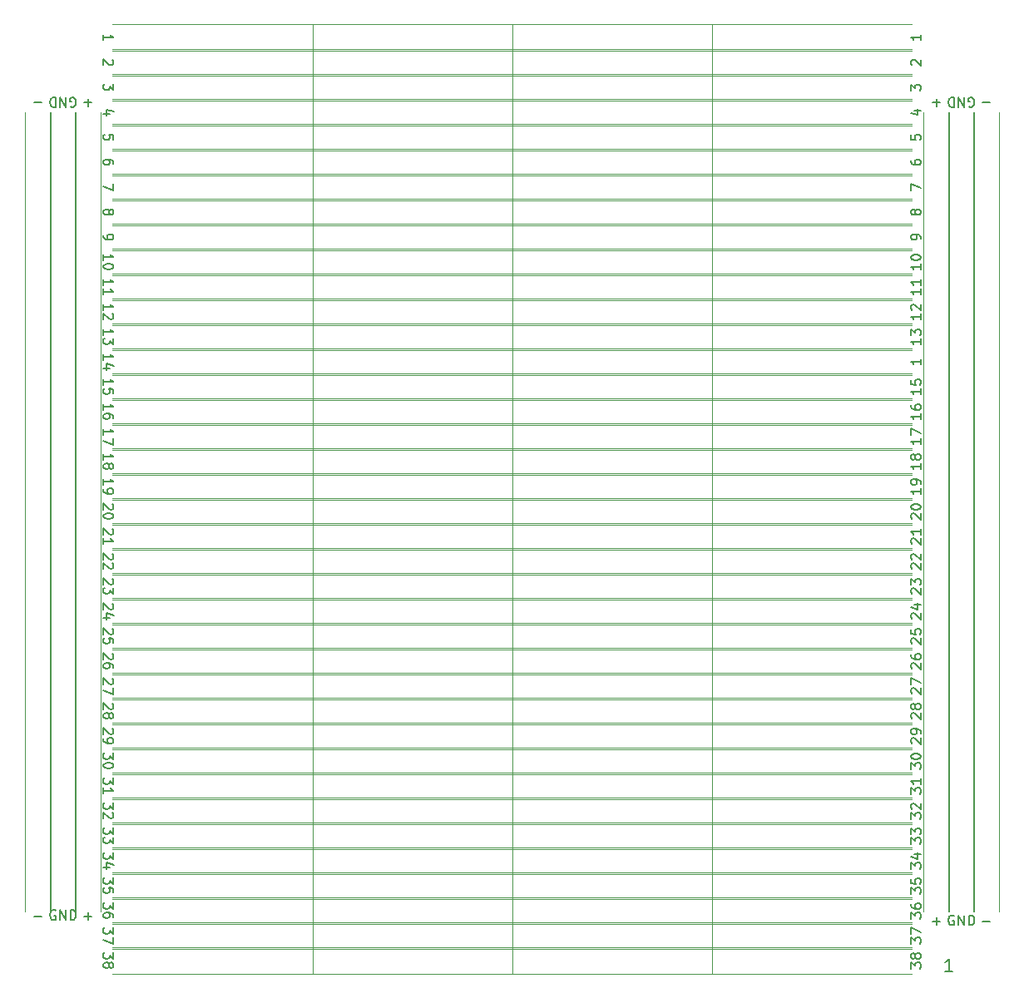
<source format=gbr>
%TF.GenerationSoftware,KiCad,Pcbnew,(5.1.9)-1*%
%TF.CreationDate,2021-01-10T17:22:18+01:00*%
%TF.ProjectId,Stripboard,53747269-7062-46f6-9172-642e6b696361,rev?*%
%TF.SameCoordinates,Original*%
%TF.FileFunction,Legend,Top*%
%TF.FilePolarity,Positive*%
%FSLAX46Y46*%
G04 Gerber Fmt 4.6, Leading zero omitted, Abs format (unit mm)*
G04 Created by KiCad (PCBNEW (5.1.9)-1) date 2021-01-10 17:22:18*
%MOMM*%
%LPD*%
G01*
G04 APERTURE LIST*
%ADD10C,0.120000*%
%ADD11C,0.150000*%
G04 APERTURE END LIST*
D10*
X106680000Y-148590000D02*
X106680000Y-52070000D01*
X147320000Y-52070000D02*
X147320000Y-148590000D01*
X127000000Y-52070000D02*
X127000000Y-148590000D01*
%TO.C,38*%
X86330000Y-148650000D02*
X167700000Y-148650000D01*
X86330000Y-145990000D02*
X167700000Y-145990000D01*
%TO.C,36*%
X86330000Y-143570000D02*
X167700000Y-143570000D01*
X86330000Y-140910000D02*
X167700000Y-140910000D01*
%TO.C,37*%
X86330000Y-146110000D02*
X167700000Y-146110000D01*
X86330000Y-143450000D02*
X167700000Y-143450000D01*
%TO.C,29*%
X86330000Y-125790000D02*
X167700000Y-125790000D01*
X86330000Y-123130000D02*
X167700000Y-123130000D01*
%TO.C,34*%
X86330000Y-138490000D02*
X167700000Y-138490000D01*
X86330000Y-135830000D02*
X167700000Y-135830000D01*
%TO.C,32*%
X86330000Y-133410000D02*
X167700000Y-133410000D01*
X86330000Y-130750000D02*
X167700000Y-130750000D01*
%TO.C,31*%
X86330000Y-130870000D02*
X167700000Y-130870000D01*
X86330000Y-128210000D02*
X167700000Y-128210000D01*
%TO.C,33*%
X86330000Y-135950000D02*
X167700000Y-135950000D01*
X86330000Y-133290000D02*
X167700000Y-133290000D01*
%TO.C,30*%
X86330000Y-128330000D02*
X167700000Y-128330000D01*
X86330000Y-125670000D02*
X167700000Y-125670000D01*
%TO.C,35*%
X86330000Y-141030000D02*
X167700000Y-141030000D01*
X86330000Y-138370000D02*
X167700000Y-138370000D01*
%TO.C,22*%
X86330000Y-108010000D02*
X167700000Y-108010000D01*
X86330000Y-105350000D02*
X167700000Y-105350000D01*
%TO.C,27*%
X86330000Y-120710000D02*
X167700000Y-120710000D01*
X86330000Y-118050000D02*
X167700000Y-118050000D01*
%TO.C,25*%
X86330000Y-115630000D02*
X167700000Y-115630000D01*
X86330000Y-112970000D02*
X167700000Y-112970000D01*
%TO.C,24*%
X86330000Y-113090000D02*
X167700000Y-113090000D01*
X86330000Y-110430000D02*
X167700000Y-110430000D01*
%TO.C,26*%
X86330000Y-118170000D02*
X167700000Y-118170000D01*
X86330000Y-115510000D02*
X167700000Y-115510000D01*
%TO.C,23*%
X86330000Y-110550000D02*
X167700000Y-110550000D01*
X86330000Y-107890000D02*
X167700000Y-107890000D01*
%TO.C,28*%
X86330000Y-123250000D02*
X167700000Y-123250000D01*
X86330000Y-120590000D02*
X167700000Y-120590000D01*
%TO.C,15*%
X86330000Y-90230000D02*
X167700000Y-90230000D01*
X86330000Y-87570000D02*
X167700000Y-87570000D01*
%TO.C,20*%
X86330000Y-102930000D02*
X167700000Y-102930000D01*
X86330000Y-100270000D02*
X167700000Y-100270000D01*
%TO.C,18*%
X86330000Y-97850000D02*
X167700000Y-97850000D01*
X86330000Y-95190000D02*
X167700000Y-95190000D01*
%TO.C,17*%
X86330000Y-95310000D02*
X167700000Y-95310000D01*
X86330000Y-92650000D02*
X167700000Y-92650000D01*
%TO.C,19*%
X86330000Y-100390000D02*
X167700000Y-100390000D01*
X86330000Y-97730000D02*
X167700000Y-97730000D01*
%TO.C,16*%
X86330000Y-92770000D02*
X167700000Y-92770000D01*
X86330000Y-90110000D02*
X167700000Y-90110000D01*
%TO.C,21*%
X86330000Y-105470000D02*
X167700000Y-105470000D01*
X86330000Y-102810000D02*
X167700000Y-102810000D01*
%TO.C,8*%
X86330000Y-72450000D02*
X167700000Y-72450000D01*
X86330000Y-69790000D02*
X167700000Y-69790000D01*
%TO.C,13*%
X86330000Y-85150000D02*
X167700000Y-85150000D01*
X86330000Y-82490000D02*
X167700000Y-82490000D01*
%TO.C,11*%
X86330000Y-80070000D02*
X167700000Y-80070000D01*
X86330000Y-77410000D02*
X167700000Y-77410000D01*
%TO.C,10*%
X86330000Y-77530000D02*
X167700000Y-77530000D01*
X86330000Y-74870000D02*
X167700000Y-74870000D01*
%TO.C,12*%
X86330000Y-82610000D02*
X167700000Y-82610000D01*
X86330000Y-79950000D02*
X167700000Y-79950000D01*
%TO.C,9*%
X86330000Y-74990000D02*
X167700000Y-74990000D01*
X86330000Y-72330000D02*
X167700000Y-72330000D01*
%TO.C,14*%
X86330000Y-87690000D02*
X167700000Y-87690000D01*
X86330000Y-85030000D02*
X167700000Y-85030000D01*
%TO.C,7*%
X86330000Y-69910000D02*
X167700000Y-69910000D01*
X86330000Y-67250000D02*
X167700000Y-67250000D01*
%TO.C,6*%
X86330000Y-67370000D02*
X167700000Y-67370000D01*
X86330000Y-64710000D02*
X167700000Y-64710000D01*
%TO.C,5*%
X86330000Y-64830000D02*
X167700000Y-64830000D01*
X86330000Y-62170000D02*
X167700000Y-62170000D01*
%TO.C,4*%
X86330000Y-62290000D02*
X167700000Y-62290000D01*
X86330000Y-59630000D02*
X167700000Y-59630000D01*
%TO.C,3*%
X86330000Y-59750000D02*
X167700000Y-59750000D01*
X86330000Y-57090000D02*
X167700000Y-57090000D01*
%TO.C,2*%
X86330000Y-57210000D02*
X167700000Y-57210000D01*
X86330000Y-54550000D02*
X167700000Y-54550000D01*
%TO.C,1*%
X86330000Y-54670000D02*
X167700000Y-54670000D01*
X86330000Y-52010000D02*
X167700000Y-52010000D01*
%TO.C,+*%
X82490000Y-60930000D02*
X82490000Y-142300000D01*
X85150000Y-60930000D02*
X85150000Y-142300000D01*
%TO.C,GND*%
X171390000Y-60930000D02*
X171390000Y-142300000D01*
X174050000Y-60930000D02*
X174050000Y-142300000D01*
%TO.C,-*%
X173930000Y-60930000D02*
X173930000Y-142300000D01*
X176590000Y-60930000D02*
X176590000Y-142300000D01*
X77410000Y-60930000D02*
X77410000Y-142300000D01*
X80070000Y-60930000D02*
X80070000Y-142300000D01*
%TO.C,GND*%
X79950000Y-60930000D02*
X79950000Y-142300000D01*
X82610000Y-60930000D02*
X82610000Y-142300000D01*
%TO.C,+*%
X168850000Y-60930000D02*
X168850000Y-142300000D01*
X171510000Y-60930000D02*
X171510000Y-142300000D01*
%TO.C,38*%
D11*
X86399619Y-146510476D02*
X86399619Y-147129523D01*
X86018666Y-146796190D01*
X86018666Y-146939047D01*
X85971047Y-147034285D01*
X85923428Y-147081904D01*
X85828190Y-147129523D01*
X85590095Y-147129523D01*
X85494857Y-147081904D01*
X85447238Y-147034285D01*
X85399619Y-146939047D01*
X85399619Y-146653333D01*
X85447238Y-146558095D01*
X85494857Y-146510476D01*
X85971047Y-147700952D02*
X86018666Y-147605714D01*
X86066285Y-147558095D01*
X86161523Y-147510476D01*
X86209142Y-147510476D01*
X86304380Y-147558095D01*
X86352000Y-147605714D01*
X86399619Y-147700952D01*
X86399619Y-147891428D01*
X86352000Y-147986666D01*
X86304380Y-148034285D01*
X86209142Y-148081904D01*
X86161523Y-148081904D01*
X86066285Y-148034285D01*
X86018666Y-147986666D01*
X85971047Y-147891428D01*
X85971047Y-147700952D01*
X85923428Y-147605714D01*
X85875809Y-147558095D01*
X85780571Y-147510476D01*
X85590095Y-147510476D01*
X85494857Y-147558095D01*
X85447238Y-147605714D01*
X85399619Y-147700952D01*
X85399619Y-147891428D01*
X85447238Y-147986666D01*
X85494857Y-148034285D01*
X85590095Y-148081904D01*
X85780571Y-148081904D01*
X85875809Y-148034285D01*
X85923428Y-147986666D01*
X85971047Y-147891428D01*
X167582380Y-148129523D02*
X167582380Y-147510476D01*
X167963333Y-147843809D01*
X167963333Y-147700952D01*
X168010952Y-147605714D01*
X168058571Y-147558095D01*
X168153809Y-147510476D01*
X168391904Y-147510476D01*
X168487142Y-147558095D01*
X168534761Y-147605714D01*
X168582380Y-147700952D01*
X168582380Y-147986666D01*
X168534761Y-148081904D01*
X168487142Y-148129523D01*
X168010952Y-146939047D02*
X167963333Y-147034285D01*
X167915714Y-147081904D01*
X167820476Y-147129523D01*
X167772857Y-147129523D01*
X167677619Y-147081904D01*
X167630000Y-147034285D01*
X167582380Y-146939047D01*
X167582380Y-146748571D01*
X167630000Y-146653333D01*
X167677619Y-146605714D01*
X167772857Y-146558095D01*
X167820476Y-146558095D01*
X167915714Y-146605714D01*
X167963333Y-146653333D01*
X168010952Y-146748571D01*
X168010952Y-146939047D01*
X168058571Y-147034285D01*
X168106190Y-147081904D01*
X168201428Y-147129523D01*
X168391904Y-147129523D01*
X168487142Y-147081904D01*
X168534761Y-147034285D01*
X168582380Y-146939047D01*
X168582380Y-146748571D01*
X168534761Y-146653333D01*
X168487142Y-146605714D01*
X168391904Y-146558095D01*
X168201428Y-146558095D01*
X168106190Y-146605714D01*
X168058571Y-146653333D01*
X168010952Y-146748571D01*
%TO.C,36*%
X86399619Y-141430476D02*
X86399619Y-142049523D01*
X86018666Y-141716190D01*
X86018666Y-141859047D01*
X85971047Y-141954285D01*
X85923428Y-142001904D01*
X85828190Y-142049523D01*
X85590095Y-142049523D01*
X85494857Y-142001904D01*
X85447238Y-141954285D01*
X85399619Y-141859047D01*
X85399619Y-141573333D01*
X85447238Y-141478095D01*
X85494857Y-141430476D01*
X86399619Y-142906666D02*
X86399619Y-142716190D01*
X86352000Y-142620952D01*
X86304380Y-142573333D01*
X86161523Y-142478095D01*
X85971047Y-142430476D01*
X85590095Y-142430476D01*
X85494857Y-142478095D01*
X85447238Y-142525714D01*
X85399619Y-142620952D01*
X85399619Y-142811428D01*
X85447238Y-142906666D01*
X85494857Y-142954285D01*
X85590095Y-143001904D01*
X85828190Y-143001904D01*
X85923428Y-142954285D01*
X85971047Y-142906666D01*
X86018666Y-142811428D01*
X86018666Y-142620952D01*
X85971047Y-142525714D01*
X85923428Y-142478095D01*
X85828190Y-142430476D01*
X167582380Y-143049523D02*
X167582380Y-142430476D01*
X167963333Y-142763809D01*
X167963333Y-142620952D01*
X168010952Y-142525714D01*
X168058571Y-142478095D01*
X168153809Y-142430476D01*
X168391904Y-142430476D01*
X168487142Y-142478095D01*
X168534761Y-142525714D01*
X168582380Y-142620952D01*
X168582380Y-142906666D01*
X168534761Y-143001904D01*
X168487142Y-143049523D01*
X167582380Y-141573333D02*
X167582380Y-141763809D01*
X167630000Y-141859047D01*
X167677619Y-141906666D01*
X167820476Y-142001904D01*
X168010952Y-142049523D01*
X168391904Y-142049523D01*
X168487142Y-142001904D01*
X168534761Y-141954285D01*
X168582380Y-141859047D01*
X168582380Y-141668571D01*
X168534761Y-141573333D01*
X168487142Y-141525714D01*
X168391904Y-141478095D01*
X168153809Y-141478095D01*
X168058571Y-141525714D01*
X168010952Y-141573333D01*
X167963333Y-141668571D01*
X167963333Y-141859047D01*
X168010952Y-141954285D01*
X168058571Y-142001904D01*
X168153809Y-142049523D01*
%TO.C,37*%
X86399619Y-143970476D02*
X86399619Y-144589523D01*
X86018666Y-144256190D01*
X86018666Y-144399047D01*
X85971047Y-144494285D01*
X85923428Y-144541904D01*
X85828190Y-144589523D01*
X85590095Y-144589523D01*
X85494857Y-144541904D01*
X85447238Y-144494285D01*
X85399619Y-144399047D01*
X85399619Y-144113333D01*
X85447238Y-144018095D01*
X85494857Y-143970476D01*
X86399619Y-144922857D02*
X86399619Y-145589523D01*
X85399619Y-145160952D01*
X167582380Y-145589523D02*
X167582380Y-144970476D01*
X167963333Y-145303809D01*
X167963333Y-145160952D01*
X168010952Y-145065714D01*
X168058571Y-145018095D01*
X168153809Y-144970476D01*
X168391904Y-144970476D01*
X168487142Y-145018095D01*
X168534761Y-145065714D01*
X168582380Y-145160952D01*
X168582380Y-145446666D01*
X168534761Y-145541904D01*
X168487142Y-145589523D01*
X167582380Y-144637142D02*
X167582380Y-143970476D01*
X168582380Y-144399047D01*
%TO.C,29*%
X86304380Y-123698095D02*
X86352000Y-123745714D01*
X86399619Y-123840952D01*
X86399619Y-124079047D01*
X86352000Y-124174285D01*
X86304380Y-124221904D01*
X86209142Y-124269523D01*
X86113904Y-124269523D01*
X85971047Y-124221904D01*
X85399619Y-123650476D01*
X85399619Y-124269523D01*
X85399619Y-124745714D02*
X85399619Y-124936190D01*
X85447238Y-125031428D01*
X85494857Y-125079047D01*
X85637714Y-125174285D01*
X85828190Y-125221904D01*
X86209142Y-125221904D01*
X86304380Y-125174285D01*
X86352000Y-125126666D01*
X86399619Y-125031428D01*
X86399619Y-124840952D01*
X86352000Y-124745714D01*
X86304380Y-124698095D01*
X86209142Y-124650476D01*
X85971047Y-124650476D01*
X85875809Y-124698095D01*
X85828190Y-124745714D01*
X85780571Y-124840952D01*
X85780571Y-125031428D01*
X85828190Y-125126666D01*
X85875809Y-125174285D01*
X85971047Y-125221904D01*
X167677619Y-125221904D02*
X167630000Y-125174285D01*
X167582380Y-125079047D01*
X167582380Y-124840952D01*
X167630000Y-124745714D01*
X167677619Y-124698095D01*
X167772857Y-124650476D01*
X167868095Y-124650476D01*
X168010952Y-124698095D01*
X168582380Y-125269523D01*
X168582380Y-124650476D01*
X168582380Y-124174285D02*
X168582380Y-123983809D01*
X168534761Y-123888571D01*
X168487142Y-123840952D01*
X168344285Y-123745714D01*
X168153809Y-123698095D01*
X167772857Y-123698095D01*
X167677619Y-123745714D01*
X167630000Y-123793333D01*
X167582380Y-123888571D01*
X167582380Y-124079047D01*
X167630000Y-124174285D01*
X167677619Y-124221904D01*
X167772857Y-124269523D01*
X168010952Y-124269523D01*
X168106190Y-124221904D01*
X168153809Y-124174285D01*
X168201428Y-124079047D01*
X168201428Y-123888571D01*
X168153809Y-123793333D01*
X168106190Y-123745714D01*
X168010952Y-123698095D01*
%TO.C,34*%
X86399619Y-136350476D02*
X86399619Y-136969523D01*
X86018666Y-136636190D01*
X86018666Y-136779047D01*
X85971047Y-136874285D01*
X85923428Y-136921904D01*
X85828190Y-136969523D01*
X85590095Y-136969523D01*
X85494857Y-136921904D01*
X85447238Y-136874285D01*
X85399619Y-136779047D01*
X85399619Y-136493333D01*
X85447238Y-136398095D01*
X85494857Y-136350476D01*
X86066285Y-137826666D02*
X85399619Y-137826666D01*
X86447238Y-137588571D02*
X85732952Y-137350476D01*
X85732952Y-137969523D01*
X167582380Y-137969523D02*
X167582380Y-137350476D01*
X167963333Y-137683809D01*
X167963333Y-137540952D01*
X168010952Y-137445714D01*
X168058571Y-137398095D01*
X168153809Y-137350476D01*
X168391904Y-137350476D01*
X168487142Y-137398095D01*
X168534761Y-137445714D01*
X168582380Y-137540952D01*
X168582380Y-137826666D01*
X168534761Y-137921904D01*
X168487142Y-137969523D01*
X167915714Y-136493333D02*
X168582380Y-136493333D01*
X167534761Y-136731428D02*
X168249047Y-136969523D01*
X168249047Y-136350476D01*
%TO.C,32*%
X86399619Y-131270476D02*
X86399619Y-131889523D01*
X86018666Y-131556190D01*
X86018666Y-131699047D01*
X85971047Y-131794285D01*
X85923428Y-131841904D01*
X85828190Y-131889523D01*
X85590095Y-131889523D01*
X85494857Y-131841904D01*
X85447238Y-131794285D01*
X85399619Y-131699047D01*
X85399619Y-131413333D01*
X85447238Y-131318095D01*
X85494857Y-131270476D01*
X86304380Y-132270476D02*
X86352000Y-132318095D01*
X86399619Y-132413333D01*
X86399619Y-132651428D01*
X86352000Y-132746666D01*
X86304380Y-132794285D01*
X86209142Y-132841904D01*
X86113904Y-132841904D01*
X85971047Y-132794285D01*
X85399619Y-132222857D01*
X85399619Y-132841904D01*
X167582380Y-132889523D02*
X167582380Y-132270476D01*
X167963333Y-132603809D01*
X167963333Y-132460952D01*
X168010952Y-132365714D01*
X168058571Y-132318095D01*
X168153809Y-132270476D01*
X168391904Y-132270476D01*
X168487142Y-132318095D01*
X168534761Y-132365714D01*
X168582380Y-132460952D01*
X168582380Y-132746666D01*
X168534761Y-132841904D01*
X168487142Y-132889523D01*
X167677619Y-131889523D02*
X167630000Y-131841904D01*
X167582380Y-131746666D01*
X167582380Y-131508571D01*
X167630000Y-131413333D01*
X167677619Y-131365714D01*
X167772857Y-131318095D01*
X167868095Y-131318095D01*
X168010952Y-131365714D01*
X168582380Y-131937142D01*
X168582380Y-131318095D01*
%TO.C,31*%
X86399619Y-128730476D02*
X86399619Y-129349523D01*
X86018666Y-129016190D01*
X86018666Y-129159047D01*
X85971047Y-129254285D01*
X85923428Y-129301904D01*
X85828190Y-129349523D01*
X85590095Y-129349523D01*
X85494857Y-129301904D01*
X85447238Y-129254285D01*
X85399619Y-129159047D01*
X85399619Y-128873333D01*
X85447238Y-128778095D01*
X85494857Y-128730476D01*
X85399619Y-130301904D02*
X85399619Y-129730476D01*
X85399619Y-130016190D02*
X86399619Y-130016190D01*
X86256761Y-129920952D01*
X86161523Y-129825714D01*
X86113904Y-129730476D01*
X167582380Y-130349523D02*
X167582380Y-129730476D01*
X167963333Y-130063809D01*
X167963333Y-129920952D01*
X168010952Y-129825714D01*
X168058571Y-129778095D01*
X168153809Y-129730476D01*
X168391904Y-129730476D01*
X168487142Y-129778095D01*
X168534761Y-129825714D01*
X168582380Y-129920952D01*
X168582380Y-130206666D01*
X168534761Y-130301904D01*
X168487142Y-130349523D01*
X168582380Y-128778095D02*
X168582380Y-129349523D01*
X168582380Y-129063809D02*
X167582380Y-129063809D01*
X167725238Y-129159047D01*
X167820476Y-129254285D01*
X167868095Y-129349523D01*
%TO.C,33*%
X86399619Y-133810476D02*
X86399619Y-134429523D01*
X86018666Y-134096190D01*
X86018666Y-134239047D01*
X85971047Y-134334285D01*
X85923428Y-134381904D01*
X85828190Y-134429523D01*
X85590095Y-134429523D01*
X85494857Y-134381904D01*
X85447238Y-134334285D01*
X85399619Y-134239047D01*
X85399619Y-133953333D01*
X85447238Y-133858095D01*
X85494857Y-133810476D01*
X86399619Y-134762857D02*
X86399619Y-135381904D01*
X86018666Y-135048571D01*
X86018666Y-135191428D01*
X85971047Y-135286666D01*
X85923428Y-135334285D01*
X85828190Y-135381904D01*
X85590095Y-135381904D01*
X85494857Y-135334285D01*
X85447238Y-135286666D01*
X85399619Y-135191428D01*
X85399619Y-134905714D01*
X85447238Y-134810476D01*
X85494857Y-134762857D01*
X167582380Y-135429523D02*
X167582380Y-134810476D01*
X167963333Y-135143809D01*
X167963333Y-135000952D01*
X168010952Y-134905714D01*
X168058571Y-134858095D01*
X168153809Y-134810476D01*
X168391904Y-134810476D01*
X168487142Y-134858095D01*
X168534761Y-134905714D01*
X168582380Y-135000952D01*
X168582380Y-135286666D01*
X168534761Y-135381904D01*
X168487142Y-135429523D01*
X167582380Y-134477142D02*
X167582380Y-133858095D01*
X167963333Y-134191428D01*
X167963333Y-134048571D01*
X168010952Y-133953333D01*
X168058571Y-133905714D01*
X168153809Y-133858095D01*
X168391904Y-133858095D01*
X168487142Y-133905714D01*
X168534761Y-133953333D01*
X168582380Y-134048571D01*
X168582380Y-134334285D01*
X168534761Y-134429523D01*
X168487142Y-134477142D01*
%TO.C,30*%
X86399619Y-126190476D02*
X86399619Y-126809523D01*
X86018666Y-126476190D01*
X86018666Y-126619047D01*
X85971047Y-126714285D01*
X85923428Y-126761904D01*
X85828190Y-126809523D01*
X85590095Y-126809523D01*
X85494857Y-126761904D01*
X85447238Y-126714285D01*
X85399619Y-126619047D01*
X85399619Y-126333333D01*
X85447238Y-126238095D01*
X85494857Y-126190476D01*
X86399619Y-127428571D02*
X86399619Y-127523809D01*
X86352000Y-127619047D01*
X86304380Y-127666666D01*
X86209142Y-127714285D01*
X86018666Y-127761904D01*
X85780571Y-127761904D01*
X85590095Y-127714285D01*
X85494857Y-127666666D01*
X85447238Y-127619047D01*
X85399619Y-127523809D01*
X85399619Y-127428571D01*
X85447238Y-127333333D01*
X85494857Y-127285714D01*
X85590095Y-127238095D01*
X85780571Y-127190476D01*
X86018666Y-127190476D01*
X86209142Y-127238095D01*
X86304380Y-127285714D01*
X86352000Y-127333333D01*
X86399619Y-127428571D01*
X167582380Y-127809523D02*
X167582380Y-127190476D01*
X167963333Y-127523809D01*
X167963333Y-127380952D01*
X168010952Y-127285714D01*
X168058571Y-127238095D01*
X168153809Y-127190476D01*
X168391904Y-127190476D01*
X168487142Y-127238095D01*
X168534761Y-127285714D01*
X168582380Y-127380952D01*
X168582380Y-127666666D01*
X168534761Y-127761904D01*
X168487142Y-127809523D01*
X167582380Y-126571428D02*
X167582380Y-126476190D01*
X167630000Y-126380952D01*
X167677619Y-126333333D01*
X167772857Y-126285714D01*
X167963333Y-126238095D01*
X168201428Y-126238095D01*
X168391904Y-126285714D01*
X168487142Y-126333333D01*
X168534761Y-126380952D01*
X168582380Y-126476190D01*
X168582380Y-126571428D01*
X168534761Y-126666666D01*
X168487142Y-126714285D01*
X168391904Y-126761904D01*
X168201428Y-126809523D01*
X167963333Y-126809523D01*
X167772857Y-126761904D01*
X167677619Y-126714285D01*
X167630000Y-126666666D01*
X167582380Y-126571428D01*
%TO.C,35*%
X86399619Y-138890476D02*
X86399619Y-139509523D01*
X86018666Y-139176190D01*
X86018666Y-139319047D01*
X85971047Y-139414285D01*
X85923428Y-139461904D01*
X85828190Y-139509523D01*
X85590095Y-139509523D01*
X85494857Y-139461904D01*
X85447238Y-139414285D01*
X85399619Y-139319047D01*
X85399619Y-139033333D01*
X85447238Y-138938095D01*
X85494857Y-138890476D01*
X86399619Y-140414285D02*
X86399619Y-139938095D01*
X85923428Y-139890476D01*
X85971047Y-139938095D01*
X86018666Y-140033333D01*
X86018666Y-140271428D01*
X85971047Y-140366666D01*
X85923428Y-140414285D01*
X85828190Y-140461904D01*
X85590095Y-140461904D01*
X85494857Y-140414285D01*
X85447238Y-140366666D01*
X85399619Y-140271428D01*
X85399619Y-140033333D01*
X85447238Y-139938095D01*
X85494857Y-139890476D01*
X167582380Y-140509523D02*
X167582380Y-139890476D01*
X167963333Y-140223809D01*
X167963333Y-140080952D01*
X168010952Y-139985714D01*
X168058571Y-139938095D01*
X168153809Y-139890476D01*
X168391904Y-139890476D01*
X168487142Y-139938095D01*
X168534761Y-139985714D01*
X168582380Y-140080952D01*
X168582380Y-140366666D01*
X168534761Y-140461904D01*
X168487142Y-140509523D01*
X167582380Y-138985714D02*
X167582380Y-139461904D01*
X168058571Y-139509523D01*
X168010952Y-139461904D01*
X167963333Y-139366666D01*
X167963333Y-139128571D01*
X168010952Y-139033333D01*
X168058571Y-138985714D01*
X168153809Y-138938095D01*
X168391904Y-138938095D01*
X168487142Y-138985714D01*
X168534761Y-139033333D01*
X168582380Y-139128571D01*
X168582380Y-139366666D01*
X168534761Y-139461904D01*
X168487142Y-139509523D01*
%TO.C,22*%
X86304380Y-105918095D02*
X86352000Y-105965714D01*
X86399619Y-106060952D01*
X86399619Y-106299047D01*
X86352000Y-106394285D01*
X86304380Y-106441904D01*
X86209142Y-106489523D01*
X86113904Y-106489523D01*
X85971047Y-106441904D01*
X85399619Y-105870476D01*
X85399619Y-106489523D01*
X86304380Y-106870476D02*
X86352000Y-106918095D01*
X86399619Y-107013333D01*
X86399619Y-107251428D01*
X86352000Y-107346666D01*
X86304380Y-107394285D01*
X86209142Y-107441904D01*
X86113904Y-107441904D01*
X85971047Y-107394285D01*
X85399619Y-106822857D01*
X85399619Y-107441904D01*
X167677619Y-107441904D02*
X167630000Y-107394285D01*
X167582380Y-107299047D01*
X167582380Y-107060952D01*
X167630000Y-106965714D01*
X167677619Y-106918095D01*
X167772857Y-106870476D01*
X167868095Y-106870476D01*
X168010952Y-106918095D01*
X168582380Y-107489523D01*
X168582380Y-106870476D01*
X167677619Y-106489523D02*
X167630000Y-106441904D01*
X167582380Y-106346666D01*
X167582380Y-106108571D01*
X167630000Y-106013333D01*
X167677619Y-105965714D01*
X167772857Y-105918095D01*
X167868095Y-105918095D01*
X168010952Y-105965714D01*
X168582380Y-106537142D01*
X168582380Y-105918095D01*
%TO.C,27*%
X86304380Y-118618095D02*
X86352000Y-118665714D01*
X86399619Y-118760952D01*
X86399619Y-118999047D01*
X86352000Y-119094285D01*
X86304380Y-119141904D01*
X86209142Y-119189523D01*
X86113904Y-119189523D01*
X85971047Y-119141904D01*
X85399619Y-118570476D01*
X85399619Y-119189523D01*
X86399619Y-119522857D02*
X86399619Y-120189523D01*
X85399619Y-119760952D01*
X167677619Y-120141904D02*
X167630000Y-120094285D01*
X167582380Y-119999047D01*
X167582380Y-119760952D01*
X167630000Y-119665714D01*
X167677619Y-119618095D01*
X167772857Y-119570476D01*
X167868095Y-119570476D01*
X168010952Y-119618095D01*
X168582380Y-120189523D01*
X168582380Y-119570476D01*
X167582380Y-119237142D02*
X167582380Y-118570476D01*
X168582380Y-118999047D01*
%TO.C,25*%
X86304380Y-113538095D02*
X86352000Y-113585714D01*
X86399619Y-113680952D01*
X86399619Y-113919047D01*
X86352000Y-114014285D01*
X86304380Y-114061904D01*
X86209142Y-114109523D01*
X86113904Y-114109523D01*
X85971047Y-114061904D01*
X85399619Y-113490476D01*
X85399619Y-114109523D01*
X86399619Y-115014285D02*
X86399619Y-114538095D01*
X85923428Y-114490476D01*
X85971047Y-114538095D01*
X86018666Y-114633333D01*
X86018666Y-114871428D01*
X85971047Y-114966666D01*
X85923428Y-115014285D01*
X85828190Y-115061904D01*
X85590095Y-115061904D01*
X85494857Y-115014285D01*
X85447238Y-114966666D01*
X85399619Y-114871428D01*
X85399619Y-114633333D01*
X85447238Y-114538095D01*
X85494857Y-114490476D01*
X167677619Y-115061904D02*
X167630000Y-115014285D01*
X167582380Y-114919047D01*
X167582380Y-114680952D01*
X167630000Y-114585714D01*
X167677619Y-114538095D01*
X167772857Y-114490476D01*
X167868095Y-114490476D01*
X168010952Y-114538095D01*
X168582380Y-115109523D01*
X168582380Y-114490476D01*
X167582380Y-113585714D02*
X167582380Y-114061904D01*
X168058571Y-114109523D01*
X168010952Y-114061904D01*
X167963333Y-113966666D01*
X167963333Y-113728571D01*
X168010952Y-113633333D01*
X168058571Y-113585714D01*
X168153809Y-113538095D01*
X168391904Y-113538095D01*
X168487142Y-113585714D01*
X168534761Y-113633333D01*
X168582380Y-113728571D01*
X168582380Y-113966666D01*
X168534761Y-114061904D01*
X168487142Y-114109523D01*
%TO.C,24*%
X86304380Y-110998095D02*
X86352000Y-111045714D01*
X86399619Y-111140952D01*
X86399619Y-111379047D01*
X86352000Y-111474285D01*
X86304380Y-111521904D01*
X86209142Y-111569523D01*
X86113904Y-111569523D01*
X85971047Y-111521904D01*
X85399619Y-110950476D01*
X85399619Y-111569523D01*
X86066285Y-112426666D02*
X85399619Y-112426666D01*
X86447238Y-112188571D02*
X85732952Y-111950476D01*
X85732952Y-112569523D01*
X167677619Y-112521904D02*
X167630000Y-112474285D01*
X167582380Y-112379047D01*
X167582380Y-112140952D01*
X167630000Y-112045714D01*
X167677619Y-111998095D01*
X167772857Y-111950476D01*
X167868095Y-111950476D01*
X168010952Y-111998095D01*
X168582380Y-112569523D01*
X168582380Y-111950476D01*
X167915714Y-111093333D02*
X168582380Y-111093333D01*
X167534761Y-111331428D02*
X168249047Y-111569523D01*
X168249047Y-110950476D01*
%TO.C,26*%
X86304380Y-116078095D02*
X86352000Y-116125714D01*
X86399619Y-116220952D01*
X86399619Y-116459047D01*
X86352000Y-116554285D01*
X86304380Y-116601904D01*
X86209142Y-116649523D01*
X86113904Y-116649523D01*
X85971047Y-116601904D01*
X85399619Y-116030476D01*
X85399619Y-116649523D01*
X86399619Y-117506666D02*
X86399619Y-117316190D01*
X86352000Y-117220952D01*
X86304380Y-117173333D01*
X86161523Y-117078095D01*
X85971047Y-117030476D01*
X85590095Y-117030476D01*
X85494857Y-117078095D01*
X85447238Y-117125714D01*
X85399619Y-117220952D01*
X85399619Y-117411428D01*
X85447238Y-117506666D01*
X85494857Y-117554285D01*
X85590095Y-117601904D01*
X85828190Y-117601904D01*
X85923428Y-117554285D01*
X85971047Y-117506666D01*
X86018666Y-117411428D01*
X86018666Y-117220952D01*
X85971047Y-117125714D01*
X85923428Y-117078095D01*
X85828190Y-117030476D01*
X167677619Y-117601904D02*
X167630000Y-117554285D01*
X167582380Y-117459047D01*
X167582380Y-117220952D01*
X167630000Y-117125714D01*
X167677619Y-117078095D01*
X167772857Y-117030476D01*
X167868095Y-117030476D01*
X168010952Y-117078095D01*
X168582380Y-117649523D01*
X168582380Y-117030476D01*
X167582380Y-116173333D02*
X167582380Y-116363809D01*
X167630000Y-116459047D01*
X167677619Y-116506666D01*
X167820476Y-116601904D01*
X168010952Y-116649523D01*
X168391904Y-116649523D01*
X168487142Y-116601904D01*
X168534761Y-116554285D01*
X168582380Y-116459047D01*
X168582380Y-116268571D01*
X168534761Y-116173333D01*
X168487142Y-116125714D01*
X168391904Y-116078095D01*
X168153809Y-116078095D01*
X168058571Y-116125714D01*
X168010952Y-116173333D01*
X167963333Y-116268571D01*
X167963333Y-116459047D01*
X168010952Y-116554285D01*
X168058571Y-116601904D01*
X168153809Y-116649523D01*
%TO.C,23*%
X86304380Y-108458095D02*
X86352000Y-108505714D01*
X86399619Y-108600952D01*
X86399619Y-108839047D01*
X86352000Y-108934285D01*
X86304380Y-108981904D01*
X86209142Y-109029523D01*
X86113904Y-109029523D01*
X85971047Y-108981904D01*
X85399619Y-108410476D01*
X85399619Y-109029523D01*
X86399619Y-109362857D02*
X86399619Y-109981904D01*
X86018666Y-109648571D01*
X86018666Y-109791428D01*
X85971047Y-109886666D01*
X85923428Y-109934285D01*
X85828190Y-109981904D01*
X85590095Y-109981904D01*
X85494857Y-109934285D01*
X85447238Y-109886666D01*
X85399619Y-109791428D01*
X85399619Y-109505714D01*
X85447238Y-109410476D01*
X85494857Y-109362857D01*
X167677619Y-109981904D02*
X167630000Y-109934285D01*
X167582380Y-109839047D01*
X167582380Y-109600952D01*
X167630000Y-109505714D01*
X167677619Y-109458095D01*
X167772857Y-109410476D01*
X167868095Y-109410476D01*
X168010952Y-109458095D01*
X168582380Y-110029523D01*
X168582380Y-109410476D01*
X167582380Y-109077142D02*
X167582380Y-108458095D01*
X167963333Y-108791428D01*
X167963333Y-108648571D01*
X168010952Y-108553333D01*
X168058571Y-108505714D01*
X168153809Y-108458095D01*
X168391904Y-108458095D01*
X168487142Y-108505714D01*
X168534761Y-108553333D01*
X168582380Y-108648571D01*
X168582380Y-108934285D01*
X168534761Y-109029523D01*
X168487142Y-109077142D01*
%TO.C,28*%
X86304380Y-121158095D02*
X86352000Y-121205714D01*
X86399619Y-121300952D01*
X86399619Y-121539047D01*
X86352000Y-121634285D01*
X86304380Y-121681904D01*
X86209142Y-121729523D01*
X86113904Y-121729523D01*
X85971047Y-121681904D01*
X85399619Y-121110476D01*
X85399619Y-121729523D01*
X85971047Y-122300952D02*
X86018666Y-122205714D01*
X86066285Y-122158095D01*
X86161523Y-122110476D01*
X86209142Y-122110476D01*
X86304380Y-122158095D01*
X86352000Y-122205714D01*
X86399619Y-122300952D01*
X86399619Y-122491428D01*
X86352000Y-122586666D01*
X86304380Y-122634285D01*
X86209142Y-122681904D01*
X86161523Y-122681904D01*
X86066285Y-122634285D01*
X86018666Y-122586666D01*
X85971047Y-122491428D01*
X85971047Y-122300952D01*
X85923428Y-122205714D01*
X85875809Y-122158095D01*
X85780571Y-122110476D01*
X85590095Y-122110476D01*
X85494857Y-122158095D01*
X85447238Y-122205714D01*
X85399619Y-122300952D01*
X85399619Y-122491428D01*
X85447238Y-122586666D01*
X85494857Y-122634285D01*
X85590095Y-122681904D01*
X85780571Y-122681904D01*
X85875809Y-122634285D01*
X85923428Y-122586666D01*
X85971047Y-122491428D01*
X167677619Y-122681904D02*
X167630000Y-122634285D01*
X167582380Y-122539047D01*
X167582380Y-122300952D01*
X167630000Y-122205714D01*
X167677619Y-122158095D01*
X167772857Y-122110476D01*
X167868095Y-122110476D01*
X168010952Y-122158095D01*
X168582380Y-122729523D01*
X168582380Y-122110476D01*
X168010952Y-121539047D02*
X167963333Y-121634285D01*
X167915714Y-121681904D01*
X167820476Y-121729523D01*
X167772857Y-121729523D01*
X167677619Y-121681904D01*
X167630000Y-121634285D01*
X167582380Y-121539047D01*
X167582380Y-121348571D01*
X167630000Y-121253333D01*
X167677619Y-121205714D01*
X167772857Y-121158095D01*
X167820476Y-121158095D01*
X167915714Y-121205714D01*
X167963333Y-121253333D01*
X168010952Y-121348571D01*
X168010952Y-121539047D01*
X168058571Y-121634285D01*
X168106190Y-121681904D01*
X168201428Y-121729523D01*
X168391904Y-121729523D01*
X168487142Y-121681904D01*
X168534761Y-121634285D01*
X168582380Y-121539047D01*
X168582380Y-121348571D01*
X168534761Y-121253333D01*
X168487142Y-121205714D01*
X168391904Y-121158095D01*
X168201428Y-121158095D01*
X168106190Y-121205714D01*
X168058571Y-121253333D01*
X168010952Y-121348571D01*
%TO.C,15*%
X85399619Y-88709523D02*
X85399619Y-88138095D01*
X85399619Y-88423809D02*
X86399619Y-88423809D01*
X86256761Y-88328571D01*
X86161523Y-88233333D01*
X86113904Y-88138095D01*
X86399619Y-89614285D02*
X86399619Y-89138095D01*
X85923428Y-89090476D01*
X85971047Y-89138095D01*
X86018666Y-89233333D01*
X86018666Y-89471428D01*
X85971047Y-89566666D01*
X85923428Y-89614285D01*
X85828190Y-89661904D01*
X85590095Y-89661904D01*
X85494857Y-89614285D01*
X85447238Y-89566666D01*
X85399619Y-89471428D01*
X85399619Y-89233333D01*
X85447238Y-89138095D01*
X85494857Y-89090476D01*
X168582380Y-89090476D02*
X168582380Y-89661904D01*
X168582380Y-89376190D02*
X167582380Y-89376190D01*
X167725238Y-89471428D01*
X167820476Y-89566666D01*
X167868095Y-89661904D01*
X167582380Y-88185714D02*
X167582380Y-88661904D01*
X168058571Y-88709523D01*
X168010952Y-88661904D01*
X167963333Y-88566666D01*
X167963333Y-88328571D01*
X168010952Y-88233333D01*
X168058571Y-88185714D01*
X168153809Y-88138095D01*
X168391904Y-88138095D01*
X168487142Y-88185714D01*
X168534761Y-88233333D01*
X168582380Y-88328571D01*
X168582380Y-88566666D01*
X168534761Y-88661904D01*
X168487142Y-88709523D01*
%TO.C,20*%
X86304380Y-100838095D02*
X86352000Y-100885714D01*
X86399619Y-100980952D01*
X86399619Y-101219047D01*
X86352000Y-101314285D01*
X86304380Y-101361904D01*
X86209142Y-101409523D01*
X86113904Y-101409523D01*
X85971047Y-101361904D01*
X85399619Y-100790476D01*
X85399619Y-101409523D01*
X86399619Y-102028571D02*
X86399619Y-102123809D01*
X86352000Y-102219047D01*
X86304380Y-102266666D01*
X86209142Y-102314285D01*
X86018666Y-102361904D01*
X85780571Y-102361904D01*
X85590095Y-102314285D01*
X85494857Y-102266666D01*
X85447238Y-102219047D01*
X85399619Y-102123809D01*
X85399619Y-102028571D01*
X85447238Y-101933333D01*
X85494857Y-101885714D01*
X85590095Y-101838095D01*
X85780571Y-101790476D01*
X86018666Y-101790476D01*
X86209142Y-101838095D01*
X86304380Y-101885714D01*
X86352000Y-101933333D01*
X86399619Y-102028571D01*
X167677619Y-102361904D02*
X167630000Y-102314285D01*
X167582380Y-102219047D01*
X167582380Y-101980952D01*
X167630000Y-101885714D01*
X167677619Y-101838095D01*
X167772857Y-101790476D01*
X167868095Y-101790476D01*
X168010952Y-101838095D01*
X168582380Y-102409523D01*
X168582380Y-101790476D01*
X167582380Y-101171428D02*
X167582380Y-101076190D01*
X167630000Y-100980952D01*
X167677619Y-100933333D01*
X167772857Y-100885714D01*
X167963333Y-100838095D01*
X168201428Y-100838095D01*
X168391904Y-100885714D01*
X168487142Y-100933333D01*
X168534761Y-100980952D01*
X168582380Y-101076190D01*
X168582380Y-101171428D01*
X168534761Y-101266666D01*
X168487142Y-101314285D01*
X168391904Y-101361904D01*
X168201428Y-101409523D01*
X167963333Y-101409523D01*
X167772857Y-101361904D01*
X167677619Y-101314285D01*
X167630000Y-101266666D01*
X167582380Y-101171428D01*
%TO.C,18*%
X85399619Y-96329523D02*
X85399619Y-95758095D01*
X85399619Y-96043809D02*
X86399619Y-96043809D01*
X86256761Y-95948571D01*
X86161523Y-95853333D01*
X86113904Y-95758095D01*
X85971047Y-96900952D02*
X86018666Y-96805714D01*
X86066285Y-96758095D01*
X86161523Y-96710476D01*
X86209142Y-96710476D01*
X86304380Y-96758095D01*
X86352000Y-96805714D01*
X86399619Y-96900952D01*
X86399619Y-97091428D01*
X86352000Y-97186666D01*
X86304380Y-97234285D01*
X86209142Y-97281904D01*
X86161523Y-97281904D01*
X86066285Y-97234285D01*
X86018666Y-97186666D01*
X85971047Y-97091428D01*
X85971047Y-96900952D01*
X85923428Y-96805714D01*
X85875809Y-96758095D01*
X85780571Y-96710476D01*
X85590095Y-96710476D01*
X85494857Y-96758095D01*
X85447238Y-96805714D01*
X85399619Y-96900952D01*
X85399619Y-97091428D01*
X85447238Y-97186666D01*
X85494857Y-97234285D01*
X85590095Y-97281904D01*
X85780571Y-97281904D01*
X85875809Y-97234285D01*
X85923428Y-97186666D01*
X85971047Y-97091428D01*
X168582380Y-96710476D02*
X168582380Y-97281904D01*
X168582380Y-96996190D02*
X167582380Y-96996190D01*
X167725238Y-97091428D01*
X167820476Y-97186666D01*
X167868095Y-97281904D01*
X168010952Y-96139047D02*
X167963333Y-96234285D01*
X167915714Y-96281904D01*
X167820476Y-96329523D01*
X167772857Y-96329523D01*
X167677619Y-96281904D01*
X167630000Y-96234285D01*
X167582380Y-96139047D01*
X167582380Y-95948571D01*
X167630000Y-95853333D01*
X167677619Y-95805714D01*
X167772857Y-95758095D01*
X167820476Y-95758095D01*
X167915714Y-95805714D01*
X167963333Y-95853333D01*
X168010952Y-95948571D01*
X168010952Y-96139047D01*
X168058571Y-96234285D01*
X168106190Y-96281904D01*
X168201428Y-96329523D01*
X168391904Y-96329523D01*
X168487142Y-96281904D01*
X168534761Y-96234285D01*
X168582380Y-96139047D01*
X168582380Y-95948571D01*
X168534761Y-95853333D01*
X168487142Y-95805714D01*
X168391904Y-95758095D01*
X168201428Y-95758095D01*
X168106190Y-95805714D01*
X168058571Y-95853333D01*
X168010952Y-95948571D01*
%TO.C,17*%
X85399619Y-93789523D02*
X85399619Y-93218095D01*
X85399619Y-93503809D02*
X86399619Y-93503809D01*
X86256761Y-93408571D01*
X86161523Y-93313333D01*
X86113904Y-93218095D01*
X86399619Y-94122857D02*
X86399619Y-94789523D01*
X85399619Y-94360952D01*
X168582380Y-94170476D02*
X168582380Y-94741904D01*
X168582380Y-94456190D02*
X167582380Y-94456190D01*
X167725238Y-94551428D01*
X167820476Y-94646666D01*
X167868095Y-94741904D01*
X167582380Y-93837142D02*
X167582380Y-93170476D01*
X168582380Y-93599047D01*
%TO.C,19*%
X85399619Y-98869523D02*
X85399619Y-98298095D01*
X85399619Y-98583809D02*
X86399619Y-98583809D01*
X86256761Y-98488571D01*
X86161523Y-98393333D01*
X86113904Y-98298095D01*
X85399619Y-99345714D02*
X85399619Y-99536190D01*
X85447238Y-99631428D01*
X85494857Y-99679047D01*
X85637714Y-99774285D01*
X85828190Y-99821904D01*
X86209142Y-99821904D01*
X86304380Y-99774285D01*
X86352000Y-99726666D01*
X86399619Y-99631428D01*
X86399619Y-99440952D01*
X86352000Y-99345714D01*
X86304380Y-99298095D01*
X86209142Y-99250476D01*
X85971047Y-99250476D01*
X85875809Y-99298095D01*
X85828190Y-99345714D01*
X85780571Y-99440952D01*
X85780571Y-99631428D01*
X85828190Y-99726666D01*
X85875809Y-99774285D01*
X85971047Y-99821904D01*
X168582380Y-99250476D02*
X168582380Y-99821904D01*
X168582380Y-99536190D02*
X167582380Y-99536190D01*
X167725238Y-99631428D01*
X167820476Y-99726666D01*
X167868095Y-99821904D01*
X168582380Y-98774285D02*
X168582380Y-98583809D01*
X168534761Y-98488571D01*
X168487142Y-98440952D01*
X168344285Y-98345714D01*
X168153809Y-98298095D01*
X167772857Y-98298095D01*
X167677619Y-98345714D01*
X167630000Y-98393333D01*
X167582380Y-98488571D01*
X167582380Y-98679047D01*
X167630000Y-98774285D01*
X167677619Y-98821904D01*
X167772857Y-98869523D01*
X168010952Y-98869523D01*
X168106190Y-98821904D01*
X168153809Y-98774285D01*
X168201428Y-98679047D01*
X168201428Y-98488571D01*
X168153809Y-98393333D01*
X168106190Y-98345714D01*
X168010952Y-98298095D01*
%TO.C,16*%
X85399619Y-91249523D02*
X85399619Y-90678095D01*
X85399619Y-90963809D02*
X86399619Y-90963809D01*
X86256761Y-90868571D01*
X86161523Y-90773333D01*
X86113904Y-90678095D01*
X86399619Y-92106666D02*
X86399619Y-91916190D01*
X86352000Y-91820952D01*
X86304380Y-91773333D01*
X86161523Y-91678095D01*
X85971047Y-91630476D01*
X85590095Y-91630476D01*
X85494857Y-91678095D01*
X85447238Y-91725714D01*
X85399619Y-91820952D01*
X85399619Y-92011428D01*
X85447238Y-92106666D01*
X85494857Y-92154285D01*
X85590095Y-92201904D01*
X85828190Y-92201904D01*
X85923428Y-92154285D01*
X85971047Y-92106666D01*
X86018666Y-92011428D01*
X86018666Y-91820952D01*
X85971047Y-91725714D01*
X85923428Y-91678095D01*
X85828190Y-91630476D01*
X168582380Y-91630476D02*
X168582380Y-92201904D01*
X168582380Y-91916190D02*
X167582380Y-91916190D01*
X167725238Y-92011428D01*
X167820476Y-92106666D01*
X167868095Y-92201904D01*
X167582380Y-90773333D02*
X167582380Y-90963809D01*
X167630000Y-91059047D01*
X167677619Y-91106666D01*
X167820476Y-91201904D01*
X168010952Y-91249523D01*
X168391904Y-91249523D01*
X168487142Y-91201904D01*
X168534761Y-91154285D01*
X168582380Y-91059047D01*
X168582380Y-90868571D01*
X168534761Y-90773333D01*
X168487142Y-90725714D01*
X168391904Y-90678095D01*
X168153809Y-90678095D01*
X168058571Y-90725714D01*
X168010952Y-90773333D01*
X167963333Y-90868571D01*
X167963333Y-91059047D01*
X168010952Y-91154285D01*
X168058571Y-91201904D01*
X168153809Y-91249523D01*
%TO.C,21*%
X86304380Y-103378095D02*
X86352000Y-103425714D01*
X86399619Y-103520952D01*
X86399619Y-103759047D01*
X86352000Y-103854285D01*
X86304380Y-103901904D01*
X86209142Y-103949523D01*
X86113904Y-103949523D01*
X85971047Y-103901904D01*
X85399619Y-103330476D01*
X85399619Y-103949523D01*
X85399619Y-104901904D02*
X85399619Y-104330476D01*
X85399619Y-104616190D02*
X86399619Y-104616190D01*
X86256761Y-104520952D01*
X86161523Y-104425714D01*
X86113904Y-104330476D01*
X167677619Y-104901904D02*
X167630000Y-104854285D01*
X167582380Y-104759047D01*
X167582380Y-104520952D01*
X167630000Y-104425714D01*
X167677619Y-104378095D01*
X167772857Y-104330476D01*
X167868095Y-104330476D01*
X168010952Y-104378095D01*
X168582380Y-104949523D01*
X168582380Y-104330476D01*
X168582380Y-103378095D02*
X168582380Y-103949523D01*
X168582380Y-103663809D02*
X167582380Y-103663809D01*
X167725238Y-103759047D01*
X167820476Y-103854285D01*
X167868095Y-103949523D01*
%TO.C,8*%
X85971047Y-71024761D02*
X86018666Y-70929523D01*
X86066285Y-70881904D01*
X86161523Y-70834285D01*
X86209142Y-70834285D01*
X86304380Y-70881904D01*
X86352000Y-70929523D01*
X86399619Y-71024761D01*
X86399619Y-71215238D01*
X86352000Y-71310476D01*
X86304380Y-71358095D01*
X86209142Y-71405714D01*
X86161523Y-71405714D01*
X86066285Y-71358095D01*
X86018666Y-71310476D01*
X85971047Y-71215238D01*
X85971047Y-71024761D01*
X85923428Y-70929523D01*
X85875809Y-70881904D01*
X85780571Y-70834285D01*
X85590095Y-70834285D01*
X85494857Y-70881904D01*
X85447238Y-70929523D01*
X85399619Y-71024761D01*
X85399619Y-71215238D01*
X85447238Y-71310476D01*
X85494857Y-71358095D01*
X85590095Y-71405714D01*
X85780571Y-71405714D01*
X85875809Y-71358095D01*
X85923428Y-71310476D01*
X85971047Y-71215238D01*
X168010952Y-71215238D02*
X167963333Y-71310476D01*
X167915714Y-71358095D01*
X167820476Y-71405714D01*
X167772857Y-71405714D01*
X167677619Y-71358095D01*
X167630000Y-71310476D01*
X167582380Y-71215238D01*
X167582380Y-71024761D01*
X167630000Y-70929523D01*
X167677619Y-70881904D01*
X167772857Y-70834285D01*
X167820476Y-70834285D01*
X167915714Y-70881904D01*
X167963333Y-70929523D01*
X168010952Y-71024761D01*
X168010952Y-71215238D01*
X168058571Y-71310476D01*
X168106190Y-71358095D01*
X168201428Y-71405714D01*
X168391904Y-71405714D01*
X168487142Y-71358095D01*
X168534761Y-71310476D01*
X168582380Y-71215238D01*
X168582380Y-71024761D01*
X168534761Y-70929523D01*
X168487142Y-70881904D01*
X168391904Y-70834285D01*
X168201428Y-70834285D01*
X168106190Y-70881904D01*
X168058571Y-70929523D01*
X168010952Y-71024761D01*
%TO.C,13*%
X85399619Y-83629523D02*
X85399619Y-83058095D01*
X85399619Y-83343809D02*
X86399619Y-83343809D01*
X86256761Y-83248571D01*
X86161523Y-83153333D01*
X86113904Y-83058095D01*
X86399619Y-83962857D02*
X86399619Y-84581904D01*
X86018666Y-84248571D01*
X86018666Y-84391428D01*
X85971047Y-84486666D01*
X85923428Y-84534285D01*
X85828190Y-84581904D01*
X85590095Y-84581904D01*
X85494857Y-84534285D01*
X85447238Y-84486666D01*
X85399619Y-84391428D01*
X85399619Y-84105714D01*
X85447238Y-84010476D01*
X85494857Y-83962857D01*
X168582380Y-84010476D02*
X168582380Y-84581904D01*
X168582380Y-84296190D02*
X167582380Y-84296190D01*
X167725238Y-84391428D01*
X167820476Y-84486666D01*
X167868095Y-84581904D01*
X167582380Y-83677142D02*
X167582380Y-83058095D01*
X167963333Y-83391428D01*
X167963333Y-83248571D01*
X168010952Y-83153333D01*
X168058571Y-83105714D01*
X168153809Y-83058095D01*
X168391904Y-83058095D01*
X168487142Y-83105714D01*
X168534761Y-83153333D01*
X168582380Y-83248571D01*
X168582380Y-83534285D01*
X168534761Y-83629523D01*
X168487142Y-83677142D01*
%TO.C,11*%
X85399619Y-78549523D02*
X85399619Y-77978095D01*
X85399619Y-78263809D02*
X86399619Y-78263809D01*
X86256761Y-78168571D01*
X86161523Y-78073333D01*
X86113904Y-77978095D01*
X85399619Y-79501904D02*
X85399619Y-78930476D01*
X85399619Y-79216190D02*
X86399619Y-79216190D01*
X86256761Y-79120952D01*
X86161523Y-79025714D01*
X86113904Y-78930476D01*
X168582380Y-78930476D02*
X168582380Y-79501904D01*
X168582380Y-79216190D02*
X167582380Y-79216190D01*
X167725238Y-79311428D01*
X167820476Y-79406666D01*
X167868095Y-79501904D01*
X168582380Y-77978095D02*
X168582380Y-78549523D01*
X168582380Y-78263809D02*
X167582380Y-78263809D01*
X167725238Y-78359047D01*
X167820476Y-78454285D01*
X167868095Y-78549523D01*
%TO.C,10*%
X85399619Y-76009523D02*
X85399619Y-75438095D01*
X85399619Y-75723809D02*
X86399619Y-75723809D01*
X86256761Y-75628571D01*
X86161523Y-75533333D01*
X86113904Y-75438095D01*
X86399619Y-76628571D02*
X86399619Y-76723809D01*
X86352000Y-76819047D01*
X86304380Y-76866666D01*
X86209142Y-76914285D01*
X86018666Y-76961904D01*
X85780571Y-76961904D01*
X85590095Y-76914285D01*
X85494857Y-76866666D01*
X85447238Y-76819047D01*
X85399619Y-76723809D01*
X85399619Y-76628571D01*
X85447238Y-76533333D01*
X85494857Y-76485714D01*
X85590095Y-76438095D01*
X85780571Y-76390476D01*
X86018666Y-76390476D01*
X86209142Y-76438095D01*
X86304380Y-76485714D01*
X86352000Y-76533333D01*
X86399619Y-76628571D01*
X168582380Y-76390476D02*
X168582380Y-76961904D01*
X168582380Y-76676190D02*
X167582380Y-76676190D01*
X167725238Y-76771428D01*
X167820476Y-76866666D01*
X167868095Y-76961904D01*
X167582380Y-75771428D02*
X167582380Y-75676190D01*
X167630000Y-75580952D01*
X167677619Y-75533333D01*
X167772857Y-75485714D01*
X167963333Y-75438095D01*
X168201428Y-75438095D01*
X168391904Y-75485714D01*
X168487142Y-75533333D01*
X168534761Y-75580952D01*
X168582380Y-75676190D01*
X168582380Y-75771428D01*
X168534761Y-75866666D01*
X168487142Y-75914285D01*
X168391904Y-75961904D01*
X168201428Y-76009523D01*
X167963333Y-76009523D01*
X167772857Y-75961904D01*
X167677619Y-75914285D01*
X167630000Y-75866666D01*
X167582380Y-75771428D01*
%TO.C,12*%
X85399619Y-81089523D02*
X85399619Y-80518095D01*
X85399619Y-80803809D02*
X86399619Y-80803809D01*
X86256761Y-80708571D01*
X86161523Y-80613333D01*
X86113904Y-80518095D01*
X86304380Y-81470476D02*
X86352000Y-81518095D01*
X86399619Y-81613333D01*
X86399619Y-81851428D01*
X86352000Y-81946666D01*
X86304380Y-81994285D01*
X86209142Y-82041904D01*
X86113904Y-82041904D01*
X85971047Y-81994285D01*
X85399619Y-81422857D01*
X85399619Y-82041904D01*
X168582380Y-81470476D02*
X168582380Y-82041904D01*
X168582380Y-81756190D02*
X167582380Y-81756190D01*
X167725238Y-81851428D01*
X167820476Y-81946666D01*
X167868095Y-82041904D01*
X167677619Y-81089523D02*
X167630000Y-81041904D01*
X167582380Y-80946666D01*
X167582380Y-80708571D01*
X167630000Y-80613333D01*
X167677619Y-80565714D01*
X167772857Y-80518095D01*
X167868095Y-80518095D01*
X168010952Y-80565714D01*
X168582380Y-81137142D01*
X168582380Y-80518095D01*
%TO.C,9*%
X85399619Y-73469523D02*
X85399619Y-73660000D01*
X85447238Y-73755238D01*
X85494857Y-73802857D01*
X85637714Y-73898095D01*
X85828190Y-73945714D01*
X86209142Y-73945714D01*
X86304380Y-73898095D01*
X86352000Y-73850476D01*
X86399619Y-73755238D01*
X86399619Y-73564761D01*
X86352000Y-73469523D01*
X86304380Y-73421904D01*
X86209142Y-73374285D01*
X85971047Y-73374285D01*
X85875809Y-73421904D01*
X85828190Y-73469523D01*
X85780571Y-73564761D01*
X85780571Y-73755238D01*
X85828190Y-73850476D01*
X85875809Y-73898095D01*
X85971047Y-73945714D01*
X168582380Y-73850476D02*
X168582380Y-73660000D01*
X168534761Y-73564761D01*
X168487142Y-73517142D01*
X168344285Y-73421904D01*
X168153809Y-73374285D01*
X167772857Y-73374285D01*
X167677619Y-73421904D01*
X167630000Y-73469523D01*
X167582380Y-73564761D01*
X167582380Y-73755238D01*
X167630000Y-73850476D01*
X167677619Y-73898095D01*
X167772857Y-73945714D01*
X168010952Y-73945714D01*
X168106190Y-73898095D01*
X168153809Y-73850476D01*
X168201428Y-73755238D01*
X168201428Y-73564761D01*
X168153809Y-73469523D01*
X168106190Y-73421904D01*
X168010952Y-73374285D01*
%TO.C,14*%
X85399619Y-86169523D02*
X85399619Y-85598095D01*
X85399619Y-85883809D02*
X86399619Y-85883809D01*
X86256761Y-85788571D01*
X86161523Y-85693333D01*
X86113904Y-85598095D01*
X86066285Y-87026666D02*
X85399619Y-87026666D01*
X86447238Y-86788571D02*
X85732952Y-86550476D01*
X85732952Y-87169523D01*
X168582380Y-86074285D02*
X168582380Y-86645714D01*
X168582380Y-86360000D02*
X167582380Y-86360000D01*
X167725238Y-86455238D01*
X167820476Y-86550476D01*
X167868095Y-86645714D01*
%TO.C,7*%
X86399619Y-68246666D02*
X86399619Y-68913333D01*
X85399619Y-68484761D01*
X167582380Y-68913333D02*
X167582380Y-68246666D01*
X168582380Y-68675238D01*
%TO.C,6*%
X86399619Y-66230476D02*
X86399619Y-66040000D01*
X86352000Y-65944761D01*
X86304380Y-65897142D01*
X86161523Y-65801904D01*
X85971047Y-65754285D01*
X85590095Y-65754285D01*
X85494857Y-65801904D01*
X85447238Y-65849523D01*
X85399619Y-65944761D01*
X85399619Y-66135238D01*
X85447238Y-66230476D01*
X85494857Y-66278095D01*
X85590095Y-66325714D01*
X85828190Y-66325714D01*
X85923428Y-66278095D01*
X85971047Y-66230476D01*
X86018666Y-66135238D01*
X86018666Y-65944761D01*
X85971047Y-65849523D01*
X85923428Y-65801904D01*
X85828190Y-65754285D01*
X167582380Y-65849523D02*
X167582380Y-66040000D01*
X167630000Y-66135238D01*
X167677619Y-66182857D01*
X167820476Y-66278095D01*
X168010952Y-66325714D01*
X168391904Y-66325714D01*
X168487142Y-66278095D01*
X168534761Y-66230476D01*
X168582380Y-66135238D01*
X168582380Y-65944761D01*
X168534761Y-65849523D01*
X168487142Y-65801904D01*
X168391904Y-65754285D01*
X168153809Y-65754285D01*
X168058571Y-65801904D01*
X168010952Y-65849523D01*
X167963333Y-65944761D01*
X167963333Y-66135238D01*
X168010952Y-66230476D01*
X168058571Y-66278095D01*
X168153809Y-66325714D01*
%TO.C,5*%
X86399619Y-63738095D02*
X86399619Y-63261904D01*
X85923428Y-63214285D01*
X85971047Y-63261904D01*
X86018666Y-63357142D01*
X86018666Y-63595238D01*
X85971047Y-63690476D01*
X85923428Y-63738095D01*
X85828190Y-63785714D01*
X85590095Y-63785714D01*
X85494857Y-63738095D01*
X85447238Y-63690476D01*
X85399619Y-63595238D01*
X85399619Y-63357142D01*
X85447238Y-63261904D01*
X85494857Y-63214285D01*
X167582380Y-63261904D02*
X167582380Y-63738095D01*
X168058571Y-63785714D01*
X168010952Y-63738095D01*
X167963333Y-63642857D01*
X167963333Y-63404761D01*
X168010952Y-63309523D01*
X168058571Y-63261904D01*
X168153809Y-63214285D01*
X168391904Y-63214285D01*
X168487142Y-63261904D01*
X168534761Y-63309523D01*
X168582380Y-63404761D01*
X168582380Y-63642857D01*
X168534761Y-63738095D01*
X168487142Y-63785714D01*
%TO.C,4*%
X86066285Y-61150476D02*
X85399619Y-61150476D01*
X86447238Y-60912380D02*
X85732952Y-60674285D01*
X85732952Y-61293333D01*
X167915714Y-60769523D02*
X168582380Y-60769523D01*
X167534761Y-61007619D02*
X168249047Y-61245714D01*
X168249047Y-60626666D01*
%TO.C,3*%
X86399619Y-58086666D02*
X86399619Y-58705714D01*
X86018666Y-58372380D01*
X86018666Y-58515238D01*
X85971047Y-58610476D01*
X85923428Y-58658095D01*
X85828190Y-58705714D01*
X85590095Y-58705714D01*
X85494857Y-58658095D01*
X85447238Y-58610476D01*
X85399619Y-58515238D01*
X85399619Y-58229523D01*
X85447238Y-58134285D01*
X85494857Y-58086666D01*
X167582380Y-58753333D02*
X167582380Y-58134285D01*
X167963333Y-58467619D01*
X167963333Y-58324761D01*
X168010952Y-58229523D01*
X168058571Y-58181904D01*
X168153809Y-58134285D01*
X168391904Y-58134285D01*
X168487142Y-58181904D01*
X168534761Y-58229523D01*
X168582380Y-58324761D01*
X168582380Y-58610476D01*
X168534761Y-58705714D01*
X168487142Y-58753333D01*
%TO.C,2*%
X86304380Y-55594285D02*
X86352000Y-55641904D01*
X86399619Y-55737142D01*
X86399619Y-55975238D01*
X86352000Y-56070476D01*
X86304380Y-56118095D01*
X86209142Y-56165714D01*
X86113904Y-56165714D01*
X85971047Y-56118095D01*
X85399619Y-55546666D01*
X85399619Y-56165714D01*
X167677619Y-56165714D02*
X167630000Y-56118095D01*
X167582380Y-56022857D01*
X167582380Y-55784761D01*
X167630000Y-55689523D01*
X167677619Y-55641904D01*
X167772857Y-55594285D01*
X167868095Y-55594285D01*
X168010952Y-55641904D01*
X168582380Y-56213333D01*
X168582380Y-55594285D01*
%TO.C,1*%
X85399619Y-53625714D02*
X85399619Y-53054285D01*
X85399619Y-53340000D02*
X86399619Y-53340000D01*
X86256761Y-53244761D01*
X86161523Y-53149523D01*
X86113904Y-53054285D01*
X168582380Y-53054285D02*
X168582380Y-53625714D01*
X168582380Y-53340000D02*
X167582380Y-53340000D01*
X167725238Y-53435238D01*
X167820476Y-53530476D01*
X167868095Y-53625714D01*
%TO.C,+*%
X83439047Y-59971428D02*
X84200952Y-59971428D01*
X83820000Y-60352380D02*
X83820000Y-59590476D01*
X83439047Y-142801428D02*
X84200952Y-142801428D01*
X83820000Y-143182380D02*
X83820000Y-142420476D01*
%TO.C,GND*%
X173481904Y-60400000D02*
X173577142Y-60447619D01*
X173720000Y-60447619D01*
X173862857Y-60400000D01*
X173958095Y-60304761D01*
X174005714Y-60209523D01*
X174053333Y-60019047D01*
X174053333Y-59876190D01*
X174005714Y-59685714D01*
X173958095Y-59590476D01*
X173862857Y-59495238D01*
X173720000Y-59447619D01*
X173624761Y-59447619D01*
X173481904Y-59495238D01*
X173434285Y-59542857D01*
X173434285Y-59876190D01*
X173624761Y-59876190D01*
X173005714Y-59447619D02*
X173005714Y-60447619D01*
X172434285Y-59447619D01*
X172434285Y-60447619D01*
X171958095Y-59447619D02*
X171958095Y-60447619D01*
X171720000Y-60447619D01*
X171577142Y-60400000D01*
X171481904Y-60304761D01*
X171434285Y-60209523D01*
X171386666Y-60019047D01*
X171386666Y-59876190D01*
X171434285Y-59685714D01*
X171481904Y-59590476D01*
X171577142Y-59495238D01*
X171720000Y-59447619D01*
X171958095Y-59447619D01*
X171958095Y-142756000D02*
X171862857Y-142708380D01*
X171720000Y-142708380D01*
X171577142Y-142756000D01*
X171481904Y-142851238D01*
X171434285Y-142946476D01*
X171386666Y-143136952D01*
X171386666Y-143279809D01*
X171434285Y-143470285D01*
X171481904Y-143565523D01*
X171577142Y-143660761D01*
X171720000Y-143708380D01*
X171815238Y-143708380D01*
X171958095Y-143660761D01*
X172005714Y-143613142D01*
X172005714Y-143279809D01*
X171815238Y-143279809D01*
X172434285Y-143708380D02*
X172434285Y-142708380D01*
X173005714Y-143708380D01*
X173005714Y-142708380D01*
X173481904Y-143708380D02*
X173481904Y-142708380D01*
X173720000Y-142708380D01*
X173862857Y-142756000D01*
X173958095Y-142851238D01*
X174005714Y-142946476D01*
X174053333Y-143136952D01*
X174053333Y-143279809D01*
X174005714Y-143470285D01*
X173958095Y-143565523D01*
X173862857Y-143660761D01*
X173720000Y-143708380D01*
X173481904Y-143708380D01*
%TO.C,-*%
X174879047Y-59971428D02*
X175640952Y-59971428D01*
X174879047Y-143327428D02*
X175640952Y-143327428D01*
X78359047Y-59971428D02*
X79120952Y-59971428D01*
X78359047Y-142801428D02*
X79120952Y-142801428D01*
%TO.C,GND*%
X82041904Y-60400000D02*
X82137142Y-60447619D01*
X82280000Y-60447619D01*
X82422857Y-60400000D01*
X82518095Y-60304761D01*
X82565714Y-60209523D01*
X82613333Y-60019047D01*
X82613333Y-59876190D01*
X82565714Y-59685714D01*
X82518095Y-59590476D01*
X82422857Y-59495238D01*
X82280000Y-59447619D01*
X82184761Y-59447619D01*
X82041904Y-59495238D01*
X81994285Y-59542857D01*
X81994285Y-59876190D01*
X82184761Y-59876190D01*
X81565714Y-59447619D02*
X81565714Y-60447619D01*
X80994285Y-59447619D01*
X80994285Y-60447619D01*
X80518095Y-59447619D02*
X80518095Y-60447619D01*
X80280000Y-60447619D01*
X80137142Y-60400000D01*
X80041904Y-60304761D01*
X79994285Y-60209523D01*
X79946666Y-60019047D01*
X79946666Y-59876190D01*
X79994285Y-59685714D01*
X80041904Y-59590476D01*
X80137142Y-59495238D01*
X80280000Y-59447619D01*
X80518095Y-59447619D01*
X80518095Y-142230000D02*
X80422857Y-142182380D01*
X80280000Y-142182380D01*
X80137142Y-142230000D01*
X80041904Y-142325238D01*
X79994285Y-142420476D01*
X79946666Y-142610952D01*
X79946666Y-142753809D01*
X79994285Y-142944285D01*
X80041904Y-143039523D01*
X80137142Y-143134761D01*
X80280000Y-143182380D01*
X80375238Y-143182380D01*
X80518095Y-143134761D01*
X80565714Y-143087142D01*
X80565714Y-142753809D01*
X80375238Y-142753809D01*
X80994285Y-143182380D02*
X80994285Y-142182380D01*
X81565714Y-143182380D01*
X81565714Y-142182380D01*
X82041904Y-143182380D02*
X82041904Y-142182380D01*
X82280000Y-142182380D01*
X82422857Y-142230000D01*
X82518095Y-142325238D01*
X82565714Y-142420476D01*
X82613333Y-142610952D01*
X82613333Y-142753809D01*
X82565714Y-142944285D01*
X82518095Y-143039523D01*
X82422857Y-143134761D01*
X82280000Y-143182380D01*
X82041904Y-143182380D01*
%TO.C,+*%
X169799047Y-59971428D02*
X170560952Y-59971428D01*
X170180000Y-60352380D02*
X170180000Y-59590476D01*
X169799047Y-143327428D02*
X170560952Y-143327428D01*
X170180000Y-143708380D02*
X170180000Y-142946476D01*
%TO.C,*%
%TO.C,1*%
X171812857Y-148402523D02*
X171087142Y-148402523D01*
X171450000Y-148402523D02*
X171450000Y-147132523D01*
X171329047Y-147313952D01*
X171208095Y-147434904D01*
X171087142Y-147495380D01*
%TO.C,*%
%TD*%
M02*

</source>
